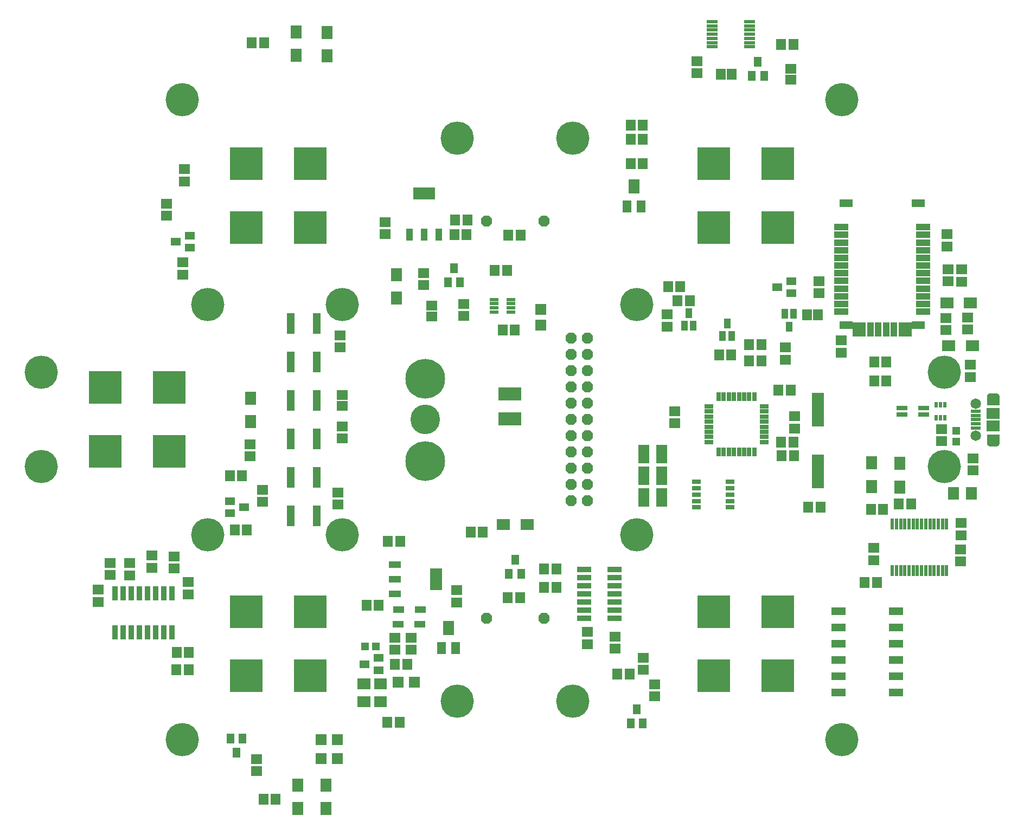
<source format=gts>
G75*
%MOIN*%
%OFA0B0*%
%FSLAX24Y24*%
%IPPOS*%
%LPD*%
%AMOC8*
5,1,8,0,0,1.08239X$1,22.5*
%
%ADD10R,0.0710X0.0789*%
%ADD11R,0.0340X0.0880*%
%ADD12R,0.2049X0.2049*%
%ADD13C,0.2442*%
%ADD14C,0.1819*%
%ADD15R,0.0474X0.0631*%
%ADD16R,0.0789X0.0710*%
%ADD17R,0.0592X0.0671*%
%ADD18R,0.0671X0.0592*%
%ADD19R,0.0560X0.0237*%
%ADD20R,0.0867X0.0395*%
%ADD21R,0.0395X0.0867*%
%ADD22R,0.0789X0.0474*%
%ADD23R,0.0631X0.0474*%
%ADD24R,0.0545X0.0308*%
%ADD25R,0.0580X0.0300*%
%ADD26R,0.0300X0.0580*%
%ADD27R,0.0237X0.0671*%
%ADD28R,0.0513X0.0474*%
%ADD29R,0.0780X0.2080*%
%ADD30R,0.0710X0.0474*%
%ADD31R,0.0710X0.0395*%
%ADD32R,0.0720X0.0430*%
%ADD33R,0.0720X0.1330*%
%ADD34R,0.0474X0.1261*%
%ADD35R,0.0710X0.1143*%
%ADD36R,0.0870X0.0510*%
%ADD37R,0.0430X0.0720*%
%ADD38R,0.1330X0.0720*%
%ADD39R,0.0890X0.0320*%
%ADD40R,0.0660X0.0220*%
%ADD41R,0.0198X0.0356*%
%ADD42R,0.0710X0.0316*%
%ADD43OC8,0.0680*%
%ADD44C,0.0651*%
%ADD45R,0.0611X0.0237*%
%ADD46R,0.0828X0.0671*%
%ADD47C,0.0000*%
%ADD48C,0.0001*%
%ADD49R,0.0474X0.0710*%
%ADD50R,0.0474X0.0513*%
%ADD51R,0.0671X0.0671*%
%ADD52R,0.0552X0.0749*%
%ADD53R,0.0710X0.0907*%
%ADD54R,0.0395X0.0592*%
%ADD55R,0.1419X0.0828*%
%ADD56C,0.2049*%
D10*
X027854Y006572D03*
X027854Y008021D03*
X029565Y008008D03*
X029565Y006560D03*
X024939Y030360D03*
X024939Y031809D03*
X033928Y037974D03*
X033928Y039423D03*
X029653Y052872D03*
X029653Y054321D03*
X027756Y054343D03*
X027756Y052894D03*
X063108Y027833D03*
X063108Y026384D03*
X064850Y026358D03*
X064850Y027807D03*
D11*
X020109Y019814D03*
X019609Y019814D03*
X019109Y019814D03*
X018609Y019814D03*
X018109Y019814D03*
X017609Y019814D03*
X017109Y019814D03*
X016609Y019814D03*
X016609Y017394D03*
X017109Y017394D03*
X017609Y017394D03*
X018109Y017394D03*
X018609Y017394D03*
X019109Y017394D03*
X019609Y017394D03*
X020109Y017394D03*
D12*
X024668Y018684D03*
X028605Y018684D03*
X028605Y014747D03*
X024668Y014747D03*
X019944Y028526D03*
X016007Y028526D03*
X016007Y032463D03*
X019944Y032463D03*
X024668Y042306D03*
X024668Y046243D03*
X028605Y046243D03*
X028605Y042306D03*
X053408Y042306D03*
X053408Y046243D03*
X057345Y046243D03*
X057345Y042306D03*
X057345Y018684D03*
X053408Y018684D03*
X053408Y014747D03*
X057345Y014747D03*
D13*
X035692Y027956D03*
X035692Y032995D03*
D14*
X035692Y030495D03*
D15*
X037072Y038947D03*
X037820Y038947D03*
X037446Y039813D03*
X055751Y051637D03*
X056499Y051637D03*
X056125Y052503D03*
X041204Y021873D03*
X041578Y021007D03*
X040830Y021007D03*
X048684Y012660D03*
X049058Y011794D03*
X048310Y011794D03*
X024452Y010889D03*
X023704Y010889D03*
X024078Y010023D03*
D16*
X040489Y024029D03*
X041937Y024029D03*
X067860Y035048D03*
X069309Y035048D03*
X069191Y037687D03*
X067742Y037687D03*
D17*
X064019Y034038D03*
X063271Y034038D03*
X063276Y032891D03*
X064024Y032891D03*
X059806Y036955D03*
X059137Y036955D03*
X056334Y035118D03*
X055586Y035118D03*
X055593Y034117D03*
X056341Y034117D03*
X054492Y034486D03*
X053744Y034486D03*
X057386Y032300D03*
X058134Y032300D03*
X058308Y029110D03*
X057560Y029110D03*
X057586Y028283D03*
X058334Y028283D03*
X059217Y025097D03*
X059965Y025097D03*
X063064Y024978D03*
X063812Y024978D03*
X064783Y025293D03*
X065531Y025293D03*
X063439Y020489D03*
X062691Y020489D03*
X048231Y014826D03*
X047483Y014826D03*
X041499Y019550D03*
X040751Y019550D03*
X042995Y020180D03*
X043743Y020180D03*
X043743Y021322D03*
X042995Y021322D03*
X039222Y023578D03*
X038474Y023578D03*
X034136Y023008D03*
X033388Y023008D03*
X032823Y019071D03*
X032075Y019071D03*
X033822Y015456D03*
X034570Y015456D03*
X034097Y011873D03*
X033349Y011873D03*
X026488Y007127D03*
X025740Y007127D03*
X021138Y015099D03*
X020390Y015099D03*
X020397Y016164D03*
X021145Y016164D03*
X023979Y023723D03*
X024727Y023723D03*
X024412Y027030D03*
X023664Y027030D03*
X039963Y039668D03*
X040711Y039668D03*
X040790Y041834D03*
X041538Y041834D03*
X038230Y041869D03*
X037482Y041869D03*
X037516Y042790D03*
X038264Y042790D03*
X040436Y036007D03*
X041184Y036007D03*
X050600Y038683D03*
X051348Y038683D03*
X051184Y037818D03*
X051932Y037818D03*
X049058Y046243D03*
X048310Y046243D03*
X048310Y047739D03*
X049058Y047739D03*
X049058Y048605D03*
X048310Y048605D03*
X053861Y051755D03*
X054530Y051755D03*
X057562Y053566D03*
X058310Y053566D03*
X025769Y053679D03*
X025021Y053679D03*
D18*
X020879Y045898D03*
X020879Y045150D03*
X019786Y043782D03*
X019786Y043034D03*
X020771Y040160D03*
X020771Y039412D03*
X030457Y035674D03*
X030457Y034926D03*
X030574Y032011D03*
X030574Y031341D03*
X030574Y030082D03*
X030574Y029334D03*
X030313Y026023D03*
X030313Y025274D03*
X025677Y025437D03*
X025677Y026185D03*
X024908Y028226D03*
X024908Y028974D03*
X018864Y022131D03*
X018864Y021383D03*
X020242Y021330D03*
X020242Y022078D03*
X021120Y020504D03*
X021120Y019756D03*
X017497Y020925D03*
X017497Y021673D03*
X016315Y021674D03*
X016315Y020926D03*
X015596Y020030D03*
X015596Y019282D03*
X025298Y009609D03*
X025298Y008861D03*
X033802Y016341D03*
X033802Y017089D03*
X034826Y017089D03*
X034826Y016341D03*
X037621Y019255D03*
X037621Y020003D03*
X045649Y017438D03*
X045649Y016690D03*
X047345Y016402D03*
X047345Y017150D03*
X049085Y015859D03*
X049085Y015111D03*
X049786Y014215D03*
X049786Y013467D03*
X063251Y021853D03*
X063251Y022601D03*
X068589Y022515D03*
X068589Y021767D03*
X068603Y023382D03*
X068603Y024130D03*
X069340Y027360D03*
X069340Y028108D03*
X067424Y029176D03*
X067424Y029924D03*
X069196Y033113D03*
X069196Y033861D03*
X069026Y036034D03*
X069026Y036782D03*
X067688Y036741D03*
X067688Y035993D03*
X067806Y038993D03*
X067806Y039741D03*
X068637Y039730D03*
X068637Y038982D03*
X067734Y041159D03*
X067734Y041907D03*
X061234Y035373D03*
X061234Y034625D03*
X057800Y034932D03*
X057800Y034184D03*
X058371Y030704D03*
X058371Y029956D03*
X051004Y030271D03*
X051004Y031019D03*
X050539Y036221D03*
X050539Y036969D03*
X059871Y038267D03*
X059871Y039015D03*
X058133Y051420D03*
X058133Y052089D03*
X052381Y051807D03*
X052381Y052555D03*
X035595Y039520D03*
X035595Y038772D03*
X036086Y037523D03*
X036086Y036853D03*
X038059Y036861D03*
X038059Y037609D03*
X033228Y041904D03*
X033228Y042652D03*
D19*
X039907Y037886D03*
X039907Y037630D03*
X039907Y037374D03*
X039907Y037119D03*
X040942Y037119D03*
X040942Y037374D03*
X040942Y037630D03*
X040942Y037886D03*
D20*
X061245Y038084D03*
X061245Y038556D03*
X061245Y039029D03*
X061245Y039501D03*
X061245Y039974D03*
X061245Y040446D03*
X061245Y040919D03*
X061245Y041391D03*
X061245Y041863D03*
X061245Y042336D03*
X066285Y042336D03*
X066285Y041863D03*
X066285Y041391D03*
X066285Y040919D03*
X066285Y040446D03*
X066285Y039974D03*
X066285Y039501D03*
X066285Y039029D03*
X066285Y038556D03*
X066285Y038084D03*
X066285Y037611D03*
X066285Y037139D03*
X061245Y037139D03*
X061245Y037611D03*
D21*
X062151Y036037D03*
X062545Y036037D03*
X063056Y036037D03*
X063529Y036037D03*
X064001Y036037D03*
X064474Y036037D03*
X064986Y036037D03*
X065379Y036037D03*
D22*
X065970Y036312D03*
X061560Y036312D03*
X061560Y043793D03*
X065970Y043793D03*
D23*
X058181Y039024D03*
X058181Y038276D03*
X057315Y038650D03*
X032818Y015830D03*
X032818Y015082D03*
X031952Y015456D03*
X023684Y024727D03*
X023684Y025475D03*
X024550Y025101D03*
X021204Y041066D03*
X021204Y041814D03*
X020337Y041440D03*
D24*
X052344Y026671D03*
X052344Y026278D03*
X052344Y025884D03*
X052344Y025490D03*
X052344Y025097D03*
X054430Y025097D03*
X054430Y025490D03*
X054430Y025884D03*
X054430Y026278D03*
X054430Y026671D03*
D25*
X053117Y029113D03*
X053117Y029428D03*
X053117Y029743D03*
X053117Y030058D03*
X053117Y030373D03*
X053117Y030688D03*
X053117Y031003D03*
X053117Y031318D03*
X056497Y031318D03*
X056497Y031003D03*
X056497Y030688D03*
X056497Y030373D03*
X056497Y030058D03*
X056497Y029743D03*
X056497Y029428D03*
X056497Y029113D03*
D26*
X055909Y028525D03*
X055594Y028525D03*
X055279Y028525D03*
X054964Y028525D03*
X054649Y028525D03*
X054334Y028525D03*
X054019Y028525D03*
X053704Y028525D03*
X053704Y031905D03*
X054019Y031905D03*
X054334Y031905D03*
X054649Y031905D03*
X054964Y031905D03*
X055279Y031905D03*
X055594Y031905D03*
X055909Y031905D03*
D27*
X064394Y024075D03*
X064650Y024075D03*
X064906Y024075D03*
X065161Y024075D03*
X065417Y024075D03*
X065673Y024075D03*
X065929Y024075D03*
X066185Y024075D03*
X066441Y024075D03*
X066697Y024075D03*
X066953Y024075D03*
X067209Y024075D03*
X067465Y024075D03*
X067721Y024075D03*
X067721Y021221D03*
X067465Y021221D03*
X067209Y021221D03*
X066953Y021221D03*
X066697Y021221D03*
X066441Y021221D03*
X066185Y021221D03*
X065929Y021221D03*
X065673Y021221D03*
X065417Y021221D03*
X065161Y021221D03*
X064906Y021221D03*
X064650Y021221D03*
X064394Y021221D03*
D28*
X068316Y029154D03*
X068316Y029823D03*
D29*
X059797Y031104D03*
X059797Y027304D03*
D30*
X068146Y026119D03*
X068146Y025804D03*
X069249Y025804D03*
X069249Y026119D03*
D31*
X035377Y018802D03*
X035357Y017918D03*
X034019Y017918D03*
X034038Y018802D03*
D32*
X033821Y019764D03*
X033821Y020674D03*
X033821Y021584D03*
D33*
X036341Y020674D03*
D34*
X028999Y024589D03*
X027424Y024589D03*
X027424Y026952D03*
X028999Y026952D03*
X028999Y029314D03*
X027424Y029314D03*
X027424Y031676D03*
X028999Y031676D03*
X028999Y034038D03*
X027424Y034038D03*
X027424Y036400D03*
X028999Y036400D03*
D35*
X049105Y028378D03*
X050208Y028378D03*
X050208Y027041D03*
X049105Y027041D03*
X049105Y025704D03*
X050208Y025704D03*
D36*
X061079Y018720D03*
X061079Y017720D03*
X061079Y016720D03*
X061079Y015720D03*
X061079Y014720D03*
X061079Y013720D03*
X064619Y013720D03*
X064619Y014720D03*
X064619Y015720D03*
X064619Y016720D03*
X064619Y017720D03*
X064619Y018720D03*
D37*
X036529Y041892D03*
X035619Y041892D03*
X034709Y041892D03*
D38*
X035619Y044412D03*
D39*
X045432Y021292D03*
X045432Y020792D03*
X045432Y020292D03*
X045432Y019792D03*
X045432Y019292D03*
X045432Y018792D03*
X045432Y018292D03*
X047322Y018292D03*
X047322Y018792D03*
X047322Y019292D03*
X047322Y019792D03*
X047322Y020292D03*
X047322Y020792D03*
X047322Y021292D03*
D40*
X053312Y053430D03*
X053312Y053690D03*
X053312Y053940D03*
X053312Y054200D03*
X053312Y054460D03*
X053312Y054710D03*
X053312Y054970D03*
X055612Y054970D03*
X055612Y054710D03*
X055612Y054460D03*
X055612Y054200D03*
X055612Y053940D03*
X055612Y053690D03*
X055612Y053430D03*
D41*
X067089Y031400D03*
X067345Y031400D03*
X067601Y031400D03*
X067601Y030613D03*
X067345Y030613D03*
X067089Y030613D03*
D42*
X066322Y030810D03*
X066322Y031204D03*
X064983Y031204D03*
X064983Y030810D03*
D43*
X045641Y030495D03*
X045641Y031495D03*
X045641Y032495D03*
X044641Y032495D03*
X044641Y031495D03*
X044641Y030495D03*
X044641Y029495D03*
X045641Y029495D03*
X045641Y028495D03*
X044641Y028495D03*
X044641Y027495D03*
X045641Y027495D03*
X045641Y026495D03*
X044641Y026495D03*
X044641Y025495D03*
X045641Y025495D03*
X042975Y018290D03*
X039432Y018290D03*
X044641Y033495D03*
X045641Y033495D03*
X045641Y034495D03*
X044641Y034495D03*
X044641Y035495D03*
X045641Y035495D03*
X042975Y042700D03*
X039432Y042700D03*
D44*
X069511Y031479D03*
X069511Y029511D03*
D45*
X069511Y029983D03*
X069511Y030239D03*
X069511Y030495D03*
X069511Y030751D03*
X069511Y031007D03*
D46*
X070574Y030889D03*
X070574Y030101D03*
D47*
X070948Y029589D02*
X070948Y029078D01*
X070943Y029034D01*
X070928Y028992D01*
X070905Y028955D01*
X070874Y028924D01*
X070836Y028900D01*
X070795Y028886D01*
X070751Y028881D01*
X070397Y028881D01*
X070353Y028886D01*
X070311Y028900D01*
X070274Y028924D01*
X070243Y028955D01*
X070219Y028992D01*
X070205Y029034D01*
X070200Y029078D01*
X070200Y029589D01*
X070948Y029589D01*
X070948Y031400D02*
X070948Y031912D01*
X070943Y031956D01*
X070928Y031998D01*
X070905Y032035D01*
X070874Y032066D01*
X070836Y032090D01*
X070795Y032104D01*
X070751Y032109D01*
X070397Y032109D01*
X070353Y032104D01*
X070311Y032090D01*
X070274Y032066D01*
X070243Y032035D01*
X070219Y031998D01*
X070205Y031956D01*
X070200Y031912D01*
X070200Y031400D01*
X070948Y031400D01*
D48*
X070948Y031401D02*
X070200Y031401D01*
X070200Y031402D02*
X070948Y031402D01*
X070948Y031403D02*
X070200Y031403D01*
X070200Y031404D02*
X070948Y031404D01*
X070948Y031405D02*
X070200Y031405D01*
X070200Y031406D02*
X070948Y031406D01*
X070948Y031407D02*
X070200Y031407D01*
X070200Y031408D02*
X070948Y031408D01*
X070948Y031409D02*
X070200Y031409D01*
X070200Y031410D02*
X070948Y031410D01*
X070948Y031411D02*
X070200Y031411D01*
X070200Y031412D02*
X070948Y031412D01*
X070948Y031413D02*
X070200Y031413D01*
X070200Y031414D02*
X070948Y031414D01*
X070948Y031415D02*
X070200Y031415D01*
X070200Y031416D02*
X070948Y031416D01*
X070948Y031417D02*
X070200Y031417D01*
X070200Y031418D02*
X070948Y031418D01*
X070948Y031419D02*
X070200Y031419D01*
X070200Y031420D02*
X070948Y031420D01*
X070948Y031421D02*
X070200Y031421D01*
X070200Y031422D02*
X070948Y031422D01*
X070948Y031423D02*
X070200Y031423D01*
X070200Y031424D02*
X070948Y031424D01*
X070948Y031425D02*
X070200Y031425D01*
X070200Y031426D02*
X070948Y031426D01*
X070948Y031427D02*
X070200Y031427D01*
X070200Y031428D02*
X070948Y031428D01*
X070948Y031429D02*
X070200Y031429D01*
X070200Y031430D02*
X070948Y031430D01*
X070948Y031431D02*
X070200Y031431D01*
X070200Y031432D02*
X070948Y031432D01*
X070948Y031433D02*
X070200Y031433D01*
X070200Y031434D02*
X070948Y031434D01*
X070948Y031435D02*
X070200Y031435D01*
X070200Y031436D02*
X070948Y031436D01*
X070948Y031437D02*
X070200Y031437D01*
X070200Y031438D02*
X070948Y031438D01*
X070948Y031439D02*
X070200Y031439D01*
X070200Y031440D02*
X070948Y031440D01*
X070948Y031441D02*
X070200Y031441D01*
X070200Y031442D02*
X070948Y031442D01*
X070948Y031443D02*
X070200Y031443D01*
X070200Y031444D02*
X070948Y031444D01*
X070948Y031445D02*
X070200Y031445D01*
X070200Y031446D02*
X070948Y031446D01*
X070948Y031447D02*
X070200Y031447D01*
X070200Y031448D02*
X070948Y031448D01*
X070948Y031449D02*
X070200Y031449D01*
X070200Y031450D02*
X070948Y031450D01*
X070948Y031451D02*
X070200Y031451D01*
X070200Y031452D02*
X070948Y031452D01*
X070948Y031453D02*
X070200Y031453D01*
X070200Y031454D02*
X070948Y031454D01*
X070948Y031455D02*
X070200Y031455D01*
X070200Y031456D02*
X070948Y031456D01*
X070948Y031457D02*
X070200Y031457D01*
X070200Y031458D02*
X070948Y031458D01*
X070948Y031459D02*
X070200Y031459D01*
X070200Y031460D02*
X070948Y031460D01*
X070948Y031461D02*
X070200Y031461D01*
X070200Y031462D02*
X070948Y031462D01*
X070948Y031463D02*
X070200Y031463D01*
X070200Y031464D02*
X070948Y031464D01*
X070948Y031465D02*
X070200Y031465D01*
X070200Y031466D02*
X070948Y031466D01*
X070948Y031467D02*
X070200Y031467D01*
X070200Y031468D02*
X070948Y031468D01*
X070948Y031469D02*
X070200Y031469D01*
X070200Y031470D02*
X070948Y031470D01*
X070948Y031471D02*
X070200Y031471D01*
X070200Y031472D02*
X070948Y031472D01*
X070948Y031473D02*
X070200Y031473D01*
X070200Y031474D02*
X070948Y031474D01*
X070948Y031475D02*
X070200Y031475D01*
X070200Y031476D02*
X070948Y031476D01*
X070948Y031477D02*
X070200Y031477D01*
X070200Y031478D02*
X070948Y031478D01*
X070948Y031479D02*
X070200Y031479D01*
X070200Y031480D02*
X070948Y031480D01*
X070948Y031481D02*
X070200Y031481D01*
X070200Y031482D02*
X070948Y031482D01*
X070948Y031483D02*
X070200Y031483D01*
X070200Y031484D02*
X070948Y031484D01*
X070948Y031485D02*
X070200Y031485D01*
X070200Y031486D02*
X070948Y031486D01*
X070948Y031487D02*
X070200Y031487D01*
X070200Y031488D02*
X070948Y031488D01*
X070948Y031489D02*
X070200Y031489D01*
X070200Y031490D02*
X070948Y031490D01*
X070948Y031491D02*
X070200Y031491D01*
X070200Y031492D02*
X070948Y031492D01*
X070948Y031493D02*
X070200Y031493D01*
X070200Y031494D02*
X070948Y031494D01*
X070948Y031495D02*
X070200Y031495D01*
X070200Y031496D02*
X070948Y031496D01*
X070948Y031497D02*
X070200Y031497D01*
X070200Y031498D02*
X070948Y031498D01*
X070948Y031499D02*
X070200Y031499D01*
X070200Y031500D02*
X070948Y031500D01*
X070948Y031501D02*
X070200Y031501D01*
X070200Y031502D02*
X070948Y031502D01*
X070948Y031503D02*
X070200Y031503D01*
X070200Y031504D02*
X070948Y031504D01*
X070948Y031505D02*
X070200Y031505D01*
X070200Y031506D02*
X070948Y031506D01*
X070948Y031507D02*
X070200Y031507D01*
X070200Y031508D02*
X070948Y031508D01*
X070948Y031509D02*
X070200Y031509D01*
X070200Y031510D02*
X070948Y031510D01*
X070948Y031511D02*
X070200Y031511D01*
X070200Y031512D02*
X070948Y031512D01*
X070948Y031513D02*
X070200Y031513D01*
X070200Y031514D02*
X070948Y031514D01*
X070948Y031515D02*
X070200Y031515D01*
X070200Y031516D02*
X070948Y031516D01*
X070948Y031517D02*
X070200Y031517D01*
X070200Y031518D02*
X070948Y031518D01*
X070948Y031519D02*
X070200Y031519D01*
X070200Y031520D02*
X070948Y031520D01*
X070948Y031521D02*
X070200Y031521D01*
X070200Y031522D02*
X070948Y031522D01*
X070948Y031523D02*
X070200Y031523D01*
X070200Y031524D02*
X070948Y031524D01*
X070948Y031525D02*
X070200Y031525D01*
X070200Y031526D02*
X070948Y031526D01*
X070948Y031527D02*
X070200Y031527D01*
X070200Y031528D02*
X070948Y031528D01*
X070948Y031529D02*
X070200Y031529D01*
X070200Y031530D02*
X070948Y031530D01*
X070948Y031531D02*
X070200Y031531D01*
X070200Y031532D02*
X070948Y031532D01*
X070948Y031533D02*
X070200Y031533D01*
X070200Y031534D02*
X070948Y031534D01*
X070948Y031535D02*
X070200Y031535D01*
X070200Y031536D02*
X070948Y031536D01*
X070948Y031537D02*
X070200Y031537D01*
X070200Y031538D02*
X070948Y031538D01*
X070948Y031539D02*
X070200Y031539D01*
X070200Y031540D02*
X070948Y031540D01*
X070948Y031541D02*
X070200Y031541D01*
X070200Y031542D02*
X070948Y031542D01*
X070948Y031543D02*
X070200Y031543D01*
X070200Y031544D02*
X070948Y031544D01*
X070948Y031545D02*
X070200Y031545D01*
X070200Y031546D02*
X070948Y031546D01*
X070948Y031547D02*
X070200Y031547D01*
X070200Y031548D02*
X070948Y031548D01*
X070948Y031549D02*
X070200Y031549D01*
X070200Y031550D02*
X070948Y031550D01*
X070948Y031551D02*
X070200Y031551D01*
X070200Y031552D02*
X070948Y031552D01*
X070948Y031553D02*
X070200Y031553D01*
X070200Y031554D02*
X070948Y031554D01*
X070948Y031555D02*
X070200Y031555D01*
X070200Y031556D02*
X070948Y031556D01*
X070948Y031557D02*
X070200Y031557D01*
X070200Y031558D02*
X070948Y031558D01*
X070948Y031559D02*
X070200Y031559D01*
X070200Y031560D02*
X070948Y031560D01*
X070948Y031561D02*
X070200Y031561D01*
X070200Y031562D02*
X070948Y031562D01*
X070948Y031563D02*
X070200Y031563D01*
X070200Y031564D02*
X070948Y031564D01*
X070948Y031565D02*
X070200Y031565D01*
X070200Y031566D02*
X070948Y031566D01*
X070948Y031567D02*
X070200Y031567D01*
X070200Y031568D02*
X070948Y031568D01*
X070948Y031569D02*
X070200Y031569D01*
X070200Y031570D02*
X070948Y031570D01*
X070948Y031571D02*
X070200Y031571D01*
X070200Y031572D02*
X070948Y031572D01*
X070948Y031573D02*
X070200Y031573D01*
X070200Y031574D02*
X070948Y031574D01*
X070948Y031575D02*
X070200Y031575D01*
X070200Y031576D02*
X070948Y031576D01*
X070948Y031577D02*
X070200Y031577D01*
X070200Y031578D02*
X070948Y031578D01*
X070948Y031579D02*
X070200Y031579D01*
X070200Y031580D02*
X070948Y031580D01*
X070948Y031581D02*
X070200Y031581D01*
X070200Y031582D02*
X070948Y031582D01*
X070948Y031583D02*
X070200Y031583D01*
X070200Y031584D02*
X070948Y031584D01*
X070948Y031585D02*
X070200Y031585D01*
X070200Y031586D02*
X070948Y031586D01*
X070948Y031587D02*
X070200Y031587D01*
X070200Y031588D02*
X070948Y031588D01*
X070948Y031589D02*
X070200Y031589D01*
X070200Y031590D02*
X070948Y031590D01*
X070948Y031591D02*
X070200Y031591D01*
X070200Y031592D02*
X070948Y031592D01*
X070948Y031593D02*
X070200Y031593D01*
X070200Y031594D02*
X070948Y031594D01*
X070948Y031595D02*
X070200Y031595D01*
X070200Y031596D02*
X070948Y031596D01*
X070948Y031597D02*
X070200Y031597D01*
X070200Y031598D02*
X070948Y031598D01*
X070948Y031599D02*
X070200Y031599D01*
X070200Y031600D02*
X070948Y031600D01*
X070948Y031601D02*
X070200Y031601D01*
X070200Y031602D02*
X070948Y031602D01*
X070948Y031603D02*
X070200Y031603D01*
X070200Y031604D02*
X070948Y031604D01*
X070948Y031605D02*
X070200Y031605D01*
X070200Y031606D02*
X070948Y031606D01*
X070948Y031607D02*
X070200Y031607D01*
X070200Y031608D02*
X070948Y031608D01*
X070948Y031609D02*
X070200Y031609D01*
X070200Y031610D02*
X070948Y031610D01*
X070948Y031611D02*
X070200Y031611D01*
X070200Y031612D02*
X070948Y031612D01*
X070948Y031613D02*
X070200Y031613D01*
X070200Y031614D02*
X070948Y031614D01*
X070948Y031615D02*
X070200Y031615D01*
X070200Y031616D02*
X070948Y031616D01*
X070948Y031617D02*
X070200Y031617D01*
X070200Y031618D02*
X070948Y031618D01*
X070948Y031619D02*
X070200Y031619D01*
X070200Y031620D02*
X070948Y031620D01*
X070948Y031621D02*
X070200Y031621D01*
X070200Y031622D02*
X070948Y031622D01*
X070948Y031623D02*
X070200Y031623D01*
X070200Y031624D02*
X070948Y031624D01*
X070948Y031625D02*
X070200Y031625D01*
X070200Y031626D02*
X070948Y031626D01*
X070948Y031627D02*
X070200Y031627D01*
X070200Y031628D02*
X070948Y031628D01*
X070948Y031629D02*
X070200Y031629D01*
X070200Y031630D02*
X070948Y031630D01*
X070948Y031631D02*
X070200Y031631D01*
X070200Y031632D02*
X070948Y031632D01*
X070948Y031633D02*
X070200Y031633D01*
X070200Y031634D02*
X070948Y031634D01*
X070948Y031635D02*
X070200Y031635D01*
X070200Y031636D02*
X070948Y031636D01*
X070948Y031637D02*
X070200Y031637D01*
X070200Y031638D02*
X070948Y031638D01*
X070948Y031639D02*
X070200Y031639D01*
X070200Y031640D02*
X070948Y031640D01*
X070948Y031641D02*
X070200Y031641D01*
X070200Y031642D02*
X070948Y031642D01*
X070948Y031643D02*
X070200Y031643D01*
X070200Y031644D02*
X070948Y031644D01*
X070948Y031645D02*
X070200Y031645D01*
X070200Y031646D02*
X070948Y031646D01*
X070948Y031647D02*
X070200Y031647D01*
X070200Y031648D02*
X070948Y031648D01*
X070948Y031649D02*
X070200Y031649D01*
X070200Y031650D02*
X070948Y031650D01*
X070948Y031651D02*
X070200Y031651D01*
X070200Y031652D02*
X070948Y031652D01*
X070948Y031653D02*
X070200Y031653D01*
X070200Y031654D02*
X070948Y031654D01*
X070948Y031655D02*
X070200Y031655D01*
X070200Y031656D02*
X070948Y031656D01*
X070948Y031657D02*
X070200Y031657D01*
X070200Y031658D02*
X070948Y031658D01*
X070948Y031659D02*
X070200Y031659D01*
X070200Y031660D02*
X070948Y031660D01*
X070948Y031661D02*
X070200Y031661D01*
X070200Y031662D02*
X070948Y031662D01*
X070948Y031663D02*
X070200Y031663D01*
X070200Y031664D02*
X070948Y031664D01*
X070948Y031665D02*
X070200Y031665D01*
X070200Y031666D02*
X070948Y031666D01*
X070948Y031667D02*
X070200Y031667D01*
X070200Y031668D02*
X070948Y031668D01*
X070948Y031669D02*
X070200Y031669D01*
X070200Y031670D02*
X070948Y031670D01*
X070948Y031671D02*
X070200Y031671D01*
X070200Y031672D02*
X070948Y031672D01*
X070948Y031673D02*
X070200Y031673D01*
X070200Y031674D02*
X070948Y031674D01*
X070948Y031675D02*
X070200Y031675D01*
X070200Y031676D02*
X070948Y031676D01*
X070948Y031677D02*
X070200Y031677D01*
X070200Y031678D02*
X070948Y031678D01*
X070948Y031679D02*
X070200Y031679D01*
X070200Y031680D02*
X070948Y031680D01*
X070948Y031681D02*
X070200Y031681D01*
X070200Y031682D02*
X070948Y031682D01*
X070948Y031683D02*
X070200Y031683D01*
X070200Y031684D02*
X070948Y031684D01*
X070948Y031685D02*
X070200Y031685D01*
X070200Y031686D02*
X070948Y031686D01*
X070948Y031687D02*
X070200Y031687D01*
X070200Y031688D02*
X070948Y031688D01*
X070948Y031689D02*
X070200Y031689D01*
X070200Y031690D02*
X070948Y031690D01*
X070948Y031691D02*
X070200Y031691D01*
X070200Y031692D02*
X070948Y031692D01*
X070948Y031693D02*
X070200Y031693D01*
X070200Y031694D02*
X070948Y031694D01*
X070948Y031695D02*
X070200Y031695D01*
X070200Y031696D02*
X070948Y031696D01*
X070948Y031697D02*
X070200Y031697D01*
X070200Y031698D02*
X070948Y031698D01*
X070948Y031699D02*
X070200Y031699D01*
X070200Y031700D02*
X070948Y031700D01*
X070948Y031701D02*
X070200Y031701D01*
X070200Y031702D02*
X070948Y031702D01*
X070948Y031703D02*
X070200Y031703D01*
X070200Y031704D02*
X070948Y031704D01*
X070948Y031705D02*
X070200Y031705D01*
X070200Y031706D02*
X070948Y031706D01*
X070948Y031707D02*
X070200Y031707D01*
X070200Y031708D02*
X070948Y031708D01*
X070948Y031709D02*
X070200Y031709D01*
X070200Y031710D02*
X070948Y031710D01*
X070948Y031711D02*
X070200Y031711D01*
X070200Y031712D02*
X070948Y031712D01*
X070948Y031713D02*
X070200Y031713D01*
X070200Y031714D02*
X070948Y031714D01*
X070948Y031715D02*
X070200Y031715D01*
X070200Y031716D02*
X070948Y031716D01*
X070948Y031717D02*
X070200Y031717D01*
X070200Y031718D02*
X070948Y031718D01*
X070948Y031719D02*
X070200Y031719D01*
X070200Y031720D02*
X070948Y031720D01*
X070948Y031721D02*
X070200Y031721D01*
X070200Y031722D02*
X070948Y031722D01*
X070948Y031723D02*
X070200Y031723D01*
X070200Y031724D02*
X070948Y031724D01*
X070948Y031725D02*
X070200Y031725D01*
X070200Y031726D02*
X070948Y031726D01*
X070948Y031727D02*
X070200Y031727D01*
X070200Y031728D02*
X070948Y031728D01*
X070948Y031729D02*
X070200Y031729D01*
X070200Y031730D02*
X070948Y031730D01*
X070948Y031731D02*
X070200Y031731D01*
X070200Y031732D02*
X070948Y031732D01*
X070948Y031733D02*
X070200Y031733D01*
X070200Y031734D02*
X070948Y031734D01*
X070948Y031735D02*
X070200Y031735D01*
X070200Y031736D02*
X070948Y031736D01*
X070948Y031737D02*
X070200Y031737D01*
X070200Y031738D02*
X070948Y031738D01*
X070948Y031739D02*
X070200Y031739D01*
X070200Y031740D02*
X070948Y031740D01*
X070948Y031741D02*
X070200Y031741D01*
X070200Y031742D02*
X070948Y031742D01*
X070948Y031743D02*
X070200Y031743D01*
X070200Y031744D02*
X070948Y031744D01*
X070948Y031745D02*
X070200Y031745D01*
X070200Y031746D02*
X070948Y031746D01*
X070948Y031747D02*
X070200Y031747D01*
X070200Y031748D02*
X070948Y031748D01*
X070948Y031749D02*
X070200Y031749D01*
X070200Y031750D02*
X070948Y031750D01*
X070948Y031751D02*
X070200Y031751D01*
X070200Y031752D02*
X070948Y031752D01*
X070948Y031753D02*
X070200Y031753D01*
X070200Y031754D02*
X070948Y031754D01*
X070948Y031755D02*
X070200Y031755D01*
X070200Y031756D02*
X070948Y031756D01*
X070948Y031757D02*
X070200Y031757D01*
X070200Y031758D02*
X070948Y031758D01*
X070948Y031759D02*
X070200Y031759D01*
X070200Y031760D02*
X070948Y031760D01*
X070948Y031761D02*
X070200Y031761D01*
X070200Y031762D02*
X070948Y031762D01*
X070948Y031763D02*
X070200Y031763D01*
X070200Y031764D02*
X070948Y031764D01*
X070948Y031765D02*
X070200Y031765D01*
X070200Y031766D02*
X070948Y031766D01*
X070948Y031767D02*
X070200Y031767D01*
X070200Y031768D02*
X070948Y031768D01*
X070948Y031769D02*
X070200Y031769D01*
X070200Y031770D02*
X070948Y031770D01*
X070948Y031771D02*
X070200Y031771D01*
X070200Y031772D02*
X070948Y031772D01*
X070948Y031773D02*
X070200Y031773D01*
X070200Y031774D02*
X070948Y031774D01*
X070948Y031775D02*
X070200Y031775D01*
X070200Y031776D02*
X070948Y031776D01*
X070948Y031777D02*
X070200Y031777D01*
X070200Y031778D02*
X070948Y031778D01*
X070948Y031779D02*
X070200Y031779D01*
X070200Y031780D02*
X070948Y031780D01*
X070948Y031781D02*
X070200Y031781D01*
X070200Y031782D02*
X070948Y031782D01*
X070948Y031783D02*
X070200Y031783D01*
X070200Y031784D02*
X070948Y031784D01*
X070948Y031785D02*
X070200Y031785D01*
X070200Y031786D02*
X070948Y031786D01*
X070948Y031787D02*
X070200Y031787D01*
X070200Y031788D02*
X070948Y031788D01*
X070948Y031789D02*
X070200Y031789D01*
X070200Y031790D02*
X070948Y031790D01*
X070948Y031791D02*
X070200Y031791D01*
X070200Y031792D02*
X070948Y031792D01*
X070948Y031793D02*
X070200Y031793D01*
X070200Y031794D02*
X070948Y031794D01*
X070948Y031795D02*
X070200Y031795D01*
X070200Y031796D02*
X070948Y031796D01*
X070948Y031797D02*
X070200Y031797D01*
X070200Y031798D02*
X070948Y031798D01*
X070948Y031799D02*
X070200Y031799D01*
X070200Y031800D02*
X070948Y031800D01*
X070948Y031801D02*
X070200Y031801D01*
X070200Y031802D02*
X070948Y031802D01*
X070948Y031803D02*
X070200Y031803D01*
X070200Y031804D02*
X070948Y031804D01*
X070948Y031805D02*
X070200Y031805D01*
X070200Y031806D02*
X070948Y031806D01*
X070948Y031807D02*
X070200Y031807D01*
X070200Y031808D02*
X070948Y031808D01*
X070948Y031809D02*
X070200Y031809D01*
X070200Y031810D02*
X070948Y031810D01*
X070948Y031811D02*
X070200Y031811D01*
X070200Y031812D02*
X070948Y031812D01*
X070948Y031813D02*
X070200Y031813D01*
X070200Y031814D02*
X070948Y031814D01*
X070948Y031815D02*
X070200Y031815D01*
X070200Y031816D02*
X070948Y031816D01*
X070948Y031817D02*
X070200Y031817D01*
X070200Y031818D02*
X070948Y031818D01*
X070948Y031819D02*
X070200Y031819D01*
X070200Y031820D02*
X070948Y031820D01*
X070948Y031821D02*
X070200Y031821D01*
X070200Y031822D02*
X070948Y031822D01*
X070948Y031823D02*
X070200Y031823D01*
X070200Y031824D02*
X070948Y031824D01*
X070948Y031825D02*
X070200Y031825D01*
X070200Y031826D02*
X070948Y031826D01*
X070948Y031827D02*
X070200Y031827D01*
X070200Y031828D02*
X070948Y031828D01*
X070948Y031829D02*
X070200Y031829D01*
X070200Y031830D02*
X070948Y031830D01*
X070948Y031831D02*
X070200Y031831D01*
X070200Y031832D02*
X070948Y031832D01*
X070948Y031833D02*
X070200Y031833D01*
X070200Y031834D02*
X070948Y031834D01*
X070948Y031835D02*
X070200Y031835D01*
X070200Y031836D02*
X070948Y031836D01*
X070948Y031837D02*
X070200Y031837D01*
X070200Y031838D02*
X070948Y031838D01*
X070948Y031839D02*
X070200Y031839D01*
X070200Y031840D02*
X070948Y031840D01*
X070948Y031841D02*
X070200Y031841D01*
X070200Y031842D02*
X070948Y031842D01*
X070948Y031843D02*
X070200Y031843D01*
X070200Y031844D02*
X070948Y031844D01*
X070948Y031845D02*
X070200Y031845D01*
X070200Y031846D02*
X070948Y031846D01*
X070948Y031847D02*
X070200Y031847D01*
X070200Y031848D02*
X070948Y031848D01*
X070948Y031849D02*
X070200Y031849D01*
X070200Y031850D02*
X070948Y031850D01*
X070948Y031851D02*
X070200Y031851D01*
X070200Y031852D02*
X070948Y031852D01*
X070948Y031853D02*
X070200Y031853D01*
X070200Y031854D02*
X070948Y031854D01*
X070948Y031855D02*
X070200Y031855D01*
X070200Y031856D02*
X070948Y031856D01*
X070948Y031857D02*
X070200Y031857D01*
X070200Y031858D02*
X070948Y031858D01*
X070948Y031859D02*
X070200Y031859D01*
X070200Y031860D02*
X070948Y031860D01*
X070948Y031861D02*
X070200Y031861D01*
X070200Y031862D02*
X070948Y031862D01*
X070948Y031863D02*
X070200Y031863D01*
X070200Y031864D02*
X070948Y031864D01*
X070948Y031865D02*
X070200Y031865D01*
X070200Y031866D02*
X070948Y031866D01*
X070948Y031867D02*
X070200Y031867D01*
X070200Y031868D02*
X070948Y031868D01*
X070948Y031869D02*
X070200Y031869D01*
X070200Y031870D02*
X070948Y031870D01*
X070948Y031871D02*
X070200Y031871D01*
X070200Y031872D02*
X070948Y031872D01*
X070948Y031873D02*
X070200Y031873D01*
X070200Y031874D02*
X070948Y031874D01*
X070948Y031875D02*
X070200Y031875D01*
X070200Y031876D02*
X070948Y031876D01*
X070948Y031877D02*
X070200Y031877D01*
X070200Y031878D02*
X070948Y031878D01*
X070948Y031879D02*
X070200Y031879D01*
X070200Y031880D02*
X070948Y031880D01*
X070948Y031881D02*
X070200Y031881D01*
X070200Y031882D02*
X070948Y031882D01*
X070948Y031883D02*
X070200Y031883D01*
X070200Y031884D02*
X070948Y031884D01*
X070948Y031885D02*
X070200Y031885D01*
X070200Y031886D02*
X070948Y031886D01*
X070948Y031887D02*
X070200Y031887D01*
X070200Y031888D02*
X070948Y031888D01*
X070948Y031889D02*
X070200Y031889D01*
X070200Y031890D02*
X070948Y031890D01*
X070948Y031891D02*
X070200Y031891D01*
X070200Y031892D02*
X070948Y031892D01*
X070948Y031893D02*
X070200Y031893D01*
X070200Y031894D02*
X070948Y031894D01*
X070948Y031895D02*
X070200Y031895D01*
X070200Y031896D02*
X070948Y031896D01*
X070948Y031897D02*
X070200Y031897D01*
X070200Y031898D02*
X070948Y031898D01*
X070948Y031899D02*
X070200Y031899D01*
X070200Y031900D02*
X070948Y031900D01*
X070948Y031901D02*
X070200Y031901D01*
X070200Y031902D02*
X070948Y031902D01*
X070948Y031903D02*
X070200Y031903D01*
X070200Y031904D02*
X070948Y031904D01*
X070948Y031905D02*
X070200Y031905D01*
X070200Y031906D02*
X070948Y031906D01*
X070948Y031907D02*
X070200Y031907D01*
X070200Y031908D02*
X070948Y031908D01*
X070948Y031909D02*
X070200Y031909D01*
X070200Y031910D02*
X070948Y031910D01*
X070948Y031911D02*
X070200Y031911D01*
X070200Y031912D02*
X070948Y031912D01*
X070948Y031913D02*
X070200Y031913D01*
X070200Y031914D02*
X070948Y031914D01*
X070947Y031915D02*
X070200Y031915D01*
X070200Y031916D02*
X070947Y031916D01*
X070947Y031917D02*
X070200Y031917D01*
X070200Y031918D02*
X070947Y031918D01*
X070947Y031919D02*
X070200Y031919D01*
X070201Y031920D02*
X070947Y031920D01*
X070947Y031921D02*
X070201Y031921D01*
X070201Y031922D02*
X070947Y031922D01*
X070947Y031923D02*
X070201Y031923D01*
X070201Y031924D02*
X070946Y031924D01*
X070946Y031925D02*
X070201Y031925D01*
X070201Y031926D02*
X070946Y031926D01*
X070946Y031927D02*
X070201Y031927D01*
X070201Y031928D02*
X070946Y031928D01*
X070946Y031929D02*
X070202Y031929D01*
X070202Y031930D02*
X070946Y031930D01*
X070946Y031931D02*
X070202Y031931D01*
X070202Y031932D02*
X070946Y031932D01*
X070945Y031933D02*
X070202Y031933D01*
X070202Y031934D02*
X070945Y031934D01*
X070945Y031935D02*
X070202Y031935D01*
X070202Y031936D02*
X070945Y031936D01*
X070945Y031937D02*
X070202Y031937D01*
X070203Y031938D02*
X070945Y031938D01*
X070945Y031939D02*
X070203Y031939D01*
X070203Y031940D02*
X070945Y031940D01*
X070944Y031941D02*
X070203Y031941D01*
X070203Y031942D02*
X070944Y031942D01*
X070944Y031943D02*
X070203Y031943D01*
X070203Y031944D02*
X070944Y031944D01*
X070944Y031945D02*
X070203Y031945D01*
X070203Y031946D02*
X070944Y031946D01*
X070944Y031947D02*
X070204Y031947D01*
X070204Y031948D02*
X070944Y031948D01*
X070944Y031949D02*
X070204Y031949D01*
X070204Y031950D02*
X070943Y031950D01*
X070943Y031951D02*
X070204Y031951D01*
X070204Y031952D02*
X070943Y031952D01*
X070943Y031953D02*
X070204Y031953D01*
X070204Y031954D02*
X070943Y031954D01*
X070943Y031955D02*
X070204Y031955D01*
X070205Y031956D02*
X070943Y031956D01*
X070943Y031957D02*
X070205Y031957D01*
X070205Y031958D02*
X070942Y031958D01*
X070942Y031959D02*
X070206Y031959D01*
X070206Y031960D02*
X070941Y031960D01*
X070941Y031961D02*
X070206Y031961D01*
X070207Y031962D02*
X070941Y031962D01*
X070940Y031963D02*
X070207Y031963D01*
X070207Y031964D02*
X070940Y031964D01*
X070940Y031965D02*
X070208Y031965D01*
X070208Y031966D02*
X070939Y031966D01*
X070939Y031967D02*
X070208Y031967D01*
X070209Y031968D02*
X070939Y031968D01*
X070938Y031969D02*
X070209Y031969D01*
X070209Y031970D02*
X070938Y031970D01*
X070938Y031971D02*
X070210Y031971D01*
X070210Y031972D02*
X070937Y031972D01*
X070937Y031973D02*
X070210Y031973D01*
X070211Y031974D02*
X070937Y031974D01*
X070936Y031975D02*
X070211Y031975D01*
X070212Y031976D02*
X070936Y031976D01*
X070936Y031977D02*
X070212Y031977D01*
X070212Y031978D02*
X070935Y031978D01*
X070935Y031979D02*
X070213Y031979D01*
X070213Y031980D02*
X070934Y031980D01*
X070934Y031981D02*
X070213Y031981D01*
X070214Y031982D02*
X070934Y031982D01*
X070933Y031983D02*
X070214Y031983D01*
X070214Y031984D02*
X070933Y031984D01*
X070933Y031985D02*
X070215Y031985D01*
X070215Y031986D02*
X070932Y031986D01*
X070932Y031987D02*
X070215Y031987D01*
X070216Y031988D02*
X070932Y031988D01*
X070931Y031989D02*
X070216Y031989D01*
X070216Y031990D02*
X070931Y031990D01*
X070931Y031991D02*
X070217Y031991D01*
X070217Y031992D02*
X070930Y031992D01*
X070930Y031993D02*
X070217Y031993D01*
X070218Y031994D02*
X070930Y031994D01*
X070929Y031995D02*
X070218Y031995D01*
X070219Y031996D02*
X070929Y031996D01*
X070929Y031997D02*
X070219Y031997D01*
X070219Y031998D02*
X070928Y031998D01*
X070928Y031999D02*
X070220Y031999D01*
X070220Y032000D02*
X070927Y032000D01*
X070926Y032001D02*
X070221Y032001D01*
X070222Y032002D02*
X070926Y032002D01*
X070925Y032003D02*
X070222Y032003D01*
X070223Y032004D02*
X070924Y032004D01*
X070924Y032005D02*
X070224Y032005D01*
X070224Y032006D02*
X070923Y032006D01*
X070923Y032007D02*
X070225Y032007D01*
X070226Y032008D02*
X070922Y032008D01*
X070921Y032009D02*
X070226Y032009D01*
X070227Y032010D02*
X070921Y032010D01*
X070920Y032011D02*
X070227Y032011D01*
X070228Y032012D02*
X070919Y032012D01*
X070919Y032013D02*
X070229Y032013D01*
X070229Y032014D02*
X070918Y032014D01*
X070917Y032015D02*
X070230Y032015D01*
X070231Y032016D02*
X070917Y032016D01*
X070916Y032017D02*
X070231Y032017D01*
X070232Y032018D02*
X070916Y032018D01*
X070915Y032019D02*
X070232Y032019D01*
X070233Y032020D02*
X070914Y032020D01*
X070914Y032021D02*
X070234Y032021D01*
X070234Y032022D02*
X070913Y032022D01*
X070912Y032023D02*
X070235Y032023D01*
X070236Y032024D02*
X070912Y032024D01*
X070911Y032025D02*
X070236Y032025D01*
X070237Y032026D02*
X070911Y032026D01*
X070910Y032027D02*
X070237Y032027D01*
X070238Y032028D02*
X070909Y032028D01*
X070909Y032029D02*
X070239Y032029D01*
X070239Y032030D02*
X070908Y032030D01*
X070907Y032031D02*
X070240Y032031D01*
X070241Y032032D02*
X070907Y032032D01*
X070906Y032033D02*
X070241Y032033D01*
X070242Y032034D02*
X070906Y032034D01*
X070905Y032035D02*
X070242Y032035D01*
X070243Y032036D02*
X070904Y032036D01*
X070903Y032037D02*
X070244Y032037D01*
X070245Y032038D02*
X070902Y032038D01*
X070901Y032039D02*
X070246Y032039D01*
X070247Y032040D02*
X070900Y032040D01*
X070899Y032041D02*
X070248Y032041D01*
X070249Y032042D02*
X070898Y032042D01*
X070897Y032043D02*
X070250Y032043D01*
X070251Y032044D02*
X070896Y032044D01*
X070895Y032045D02*
X070252Y032045D01*
X070253Y032046D02*
X070894Y032046D01*
X070893Y032047D02*
X070254Y032047D01*
X070255Y032048D02*
X070892Y032048D01*
X070891Y032049D02*
X070256Y032049D01*
X070257Y032050D02*
X070890Y032050D01*
X070889Y032051D02*
X070258Y032051D01*
X070259Y032052D02*
X070888Y032052D01*
X070887Y032053D02*
X070260Y032053D01*
X070261Y032054D02*
X070886Y032054D01*
X070885Y032055D02*
X070262Y032055D01*
X070263Y032056D02*
X070884Y032056D01*
X070883Y032057D02*
X070264Y032057D01*
X070265Y032058D02*
X070882Y032058D01*
X070881Y032059D02*
X070266Y032059D01*
X070267Y032060D02*
X070880Y032060D01*
X070879Y032061D02*
X070268Y032061D01*
X070269Y032062D02*
X070878Y032062D01*
X070877Y032063D02*
X070270Y032063D01*
X070271Y032064D02*
X070876Y032064D01*
X070875Y032065D02*
X070272Y032065D01*
X070273Y032066D02*
X070874Y032066D01*
X070873Y032067D02*
X070275Y032067D01*
X070276Y032068D02*
X070871Y032068D01*
X070870Y032069D02*
X070278Y032069D01*
X070279Y032070D02*
X070868Y032070D01*
X070866Y032071D02*
X070281Y032071D01*
X070283Y032072D02*
X070865Y032072D01*
X070863Y032073D02*
X070284Y032073D01*
X070286Y032074D02*
X070862Y032074D01*
X070860Y032075D02*
X070287Y032075D01*
X070289Y032076D02*
X070858Y032076D01*
X070857Y032077D02*
X070291Y032077D01*
X070292Y032078D02*
X070855Y032078D01*
X070854Y032079D02*
X070294Y032079D01*
X070295Y032080D02*
X070852Y032080D01*
X070851Y032081D02*
X070297Y032081D01*
X070298Y032082D02*
X070849Y032082D01*
X070847Y032083D02*
X070300Y032083D01*
X070302Y032084D02*
X070846Y032084D01*
X070844Y032085D02*
X070303Y032085D01*
X070305Y032086D02*
X070843Y032086D01*
X070841Y032087D02*
X070306Y032087D01*
X070308Y032088D02*
X070839Y032088D01*
X070838Y032089D02*
X070310Y032089D01*
X070311Y032090D02*
X070836Y032090D01*
X070833Y032091D02*
X070314Y032091D01*
X070317Y032092D02*
X070830Y032092D01*
X070828Y032093D02*
X070320Y032093D01*
X070323Y032094D02*
X070825Y032094D01*
X070822Y032095D02*
X070326Y032095D01*
X070328Y032096D02*
X070819Y032096D01*
X070816Y032097D02*
X070331Y032097D01*
X070334Y032098D02*
X070813Y032098D01*
X070810Y032099D02*
X070337Y032099D01*
X070340Y032100D02*
X070808Y032100D01*
X070805Y032101D02*
X070343Y032101D01*
X070346Y032102D02*
X070802Y032102D01*
X070799Y032103D02*
X070348Y032103D01*
X070351Y032104D02*
X070796Y032104D01*
X070790Y032105D02*
X070357Y032105D01*
X070366Y032106D02*
X070782Y032106D01*
X070773Y032107D02*
X070375Y032107D01*
X070384Y032108D02*
X070764Y032108D01*
X070755Y032109D02*
X070392Y032109D01*
X070200Y029589D02*
X070948Y029589D01*
X070948Y029588D02*
X070200Y029588D01*
X070200Y029587D02*
X070948Y029587D01*
X070948Y029586D02*
X070200Y029586D01*
X070200Y029585D02*
X070948Y029585D01*
X070948Y029584D02*
X070200Y029584D01*
X070200Y029583D02*
X070948Y029583D01*
X070948Y029582D02*
X070200Y029582D01*
X070200Y029581D02*
X070948Y029581D01*
X070948Y029580D02*
X070200Y029580D01*
X070200Y029579D02*
X070948Y029579D01*
X070948Y029578D02*
X070200Y029578D01*
X070200Y029577D02*
X070948Y029577D01*
X070948Y029576D02*
X070200Y029576D01*
X070200Y029575D02*
X070948Y029575D01*
X070948Y029574D02*
X070200Y029574D01*
X070200Y029573D02*
X070948Y029573D01*
X070948Y029572D02*
X070200Y029572D01*
X070200Y029571D02*
X070948Y029571D01*
X070948Y029570D02*
X070200Y029570D01*
X070200Y029569D02*
X070948Y029569D01*
X070948Y029568D02*
X070200Y029568D01*
X070200Y029567D02*
X070948Y029567D01*
X070948Y029566D02*
X070200Y029566D01*
X070200Y029565D02*
X070948Y029565D01*
X070948Y029564D02*
X070200Y029564D01*
X070200Y029563D02*
X070948Y029563D01*
X070948Y029562D02*
X070200Y029562D01*
X070200Y029561D02*
X070948Y029561D01*
X070948Y029560D02*
X070200Y029560D01*
X070200Y029559D02*
X070948Y029559D01*
X070948Y029558D02*
X070200Y029558D01*
X070200Y029557D02*
X070948Y029557D01*
X070948Y029556D02*
X070200Y029556D01*
X070200Y029555D02*
X070948Y029555D01*
X070948Y029554D02*
X070200Y029554D01*
X070200Y029553D02*
X070948Y029553D01*
X070948Y029552D02*
X070200Y029552D01*
X070200Y029551D02*
X070948Y029551D01*
X070948Y029550D02*
X070200Y029550D01*
X070200Y029549D02*
X070948Y029549D01*
X070948Y029548D02*
X070200Y029548D01*
X070200Y029547D02*
X070948Y029547D01*
X070948Y029546D02*
X070200Y029546D01*
X070200Y029545D02*
X070948Y029545D01*
X070948Y029544D02*
X070200Y029544D01*
X070200Y029543D02*
X070948Y029543D01*
X070948Y029542D02*
X070200Y029542D01*
X070200Y029541D02*
X070948Y029541D01*
X070948Y029540D02*
X070200Y029540D01*
X070200Y029539D02*
X070948Y029539D01*
X070948Y029538D02*
X070200Y029538D01*
X070200Y029537D02*
X070948Y029537D01*
X070948Y029536D02*
X070200Y029536D01*
X070200Y029535D02*
X070948Y029535D01*
X070948Y029534D02*
X070200Y029534D01*
X070200Y029533D02*
X070948Y029533D01*
X070948Y029532D02*
X070200Y029532D01*
X070200Y029531D02*
X070948Y029531D01*
X070948Y029530D02*
X070200Y029530D01*
X070200Y029529D02*
X070948Y029529D01*
X070948Y029528D02*
X070200Y029528D01*
X070200Y029527D02*
X070948Y029527D01*
X070948Y029526D02*
X070200Y029526D01*
X070200Y029525D02*
X070948Y029525D01*
X070948Y029524D02*
X070200Y029524D01*
X070200Y029523D02*
X070948Y029523D01*
X070948Y029522D02*
X070200Y029522D01*
X070200Y029521D02*
X070948Y029521D01*
X070948Y029520D02*
X070200Y029520D01*
X070200Y029519D02*
X070948Y029519D01*
X070948Y029518D02*
X070200Y029518D01*
X070200Y029517D02*
X070948Y029517D01*
X070948Y029516D02*
X070200Y029516D01*
X070200Y029515D02*
X070948Y029515D01*
X070948Y029514D02*
X070200Y029514D01*
X070200Y029513D02*
X070948Y029513D01*
X070948Y029512D02*
X070200Y029512D01*
X070200Y029511D02*
X070948Y029511D01*
X070948Y029510D02*
X070200Y029510D01*
X070200Y029509D02*
X070948Y029509D01*
X070948Y029508D02*
X070200Y029508D01*
X070200Y029507D02*
X070948Y029507D01*
X070948Y029506D02*
X070200Y029506D01*
X070200Y029505D02*
X070948Y029505D01*
X070948Y029504D02*
X070200Y029504D01*
X070200Y029503D02*
X070948Y029503D01*
X070948Y029502D02*
X070200Y029502D01*
X070200Y029501D02*
X070948Y029501D01*
X070948Y029500D02*
X070200Y029500D01*
X070200Y029499D02*
X070948Y029499D01*
X070948Y029498D02*
X070200Y029498D01*
X070200Y029497D02*
X070948Y029497D01*
X070948Y029496D02*
X070200Y029496D01*
X070200Y029495D02*
X070948Y029495D01*
X070948Y029494D02*
X070200Y029494D01*
X070200Y029493D02*
X070948Y029493D01*
X070948Y029492D02*
X070200Y029492D01*
X070200Y029491D02*
X070948Y029491D01*
X070948Y029490D02*
X070200Y029490D01*
X070200Y029489D02*
X070948Y029489D01*
X070948Y029488D02*
X070200Y029488D01*
X070200Y029487D02*
X070948Y029487D01*
X070948Y029486D02*
X070200Y029486D01*
X070200Y029485D02*
X070948Y029485D01*
X070948Y029484D02*
X070200Y029484D01*
X070200Y029483D02*
X070948Y029483D01*
X070948Y029482D02*
X070200Y029482D01*
X070200Y029481D02*
X070948Y029481D01*
X070948Y029480D02*
X070200Y029480D01*
X070200Y029479D02*
X070948Y029479D01*
X070948Y029478D02*
X070200Y029478D01*
X070200Y029477D02*
X070948Y029477D01*
X070948Y029476D02*
X070200Y029476D01*
X070200Y029475D02*
X070948Y029475D01*
X070948Y029474D02*
X070200Y029474D01*
X070200Y029473D02*
X070948Y029473D01*
X070948Y029472D02*
X070200Y029472D01*
X070200Y029471D02*
X070948Y029471D01*
X070948Y029470D02*
X070200Y029470D01*
X070200Y029469D02*
X070948Y029469D01*
X070948Y029468D02*
X070200Y029468D01*
X070200Y029467D02*
X070948Y029467D01*
X070948Y029466D02*
X070200Y029466D01*
X070200Y029465D02*
X070948Y029465D01*
X070948Y029464D02*
X070200Y029464D01*
X070200Y029463D02*
X070948Y029463D01*
X070948Y029462D02*
X070200Y029462D01*
X070200Y029461D02*
X070948Y029461D01*
X070948Y029460D02*
X070200Y029460D01*
X070200Y029459D02*
X070948Y029459D01*
X070948Y029458D02*
X070200Y029458D01*
X070200Y029457D02*
X070948Y029457D01*
X070948Y029456D02*
X070200Y029456D01*
X070200Y029455D02*
X070948Y029455D01*
X070948Y029454D02*
X070200Y029454D01*
X070200Y029453D02*
X070948Y029453D01*
X070948Y029452D02*
X070200Y029452D01*
X070200Y029451D02*
X070948Y029451D01*
X070948Y029450D02*
X070200Y029450D01*
X070200Y029449D02*
X070948Y029449D01*
X070948Y029448D02*
X070200Y029448D01*
X070200Y029447D02*
X070948Y029447D01*
X070948Y029446D02*
X070200Y029446D01*
X070200Y029445D02*
X070948Y029445D01*
X070948Y029444D02*
X070200Y029444D01*
X070200Y029443D02*
X070948Y029443D01*
X070948Y029442D02*
X070200Y029442D01*
X070200Y029441D02*
X070948Y029441D01*
X070948Y029440D02*
X070200Y029440D01*
X070200Y029439D02*
X070948Y029439D01*
X070948Y029438D02*
X070200Y029438D01*
X070200Y029437D02*
X070948Y029437D01*
X070948Y029436D02*
X070200Y029436D01*
X070200Y029435D02*
X070948Y029435D01*
X070948Y029434D02*
X070200Y029434D01*
X070200Y029433D02*
X070948Y029433D01*
X070948Y029432D02*
X070200Y029432D01*
X070200Y029431D02*
X070948Y029431D01*
X070948Y029430D02*
X070200Y029430D01*
X070200Y029429D02*
X070948Y029429D01*
X070948Y029428D02*
X070200Y029428D01*
X070200Y029427D02*
X070948Y029427D01*
X070948Y029426D02*
X070200Y029426D01*
X070200Y029425D02*
X070948Y029425D01*
X070948Y029424D02*
X070200Y029424D01*
X070200Y029423D02*
X070948Y029423D01*
X070948Y029422D02*
X070200Y029422D01*
X070200Y029421D02*
X070948Y029421D01*
X070948Y029420D02*
X070200Y029420D01*
X070200Y029419D02*
X070948Y029419D01*
X070948Y029418D02*
X070200Y029418D01*
X070200Y029417D02*
X070948Y029417D01*
X070948Y029416D02*
X070200Y029416D01*
X070200Y029415D02*
X070948Y029415D01*
X070948Y029414D02*
X070200Y029414D01*
X070200Y029413D02*
X070948Y029413D01*
X070948Y029412D02*
X070200Y029412D01*
X070200Y029411D02*
X070948Y029411D01*
X070948Y029410D02*
X070200Y029410D01*
X070200Y029409D02*
X070948Y029409D01*
X070948Y029408D02*
X070200Y029408D01*
X070200Y029407D02*
X070948Y029407D01*
X070948Y029406D02*
X070200Y029406D01*
X070200Y029405D02*
X070948Y029405D01*
X070948Y029404D02*
X070200Y029404D01*
X070200Y029403D02*
X070948Y029403D01*
X070948Y029402D02*
X070200Y029402D01*
X070200Y029401D02*
X070948Y029401D01*
X070948Y029400D02*
X070200Y029400D01*
X070200Y029399D02*
X070948Y029399D01*
X070948Y029398D02*
X070200Y029398D01*
X070200Y029397D02*
X070948Y029397D01*
X070948Y029396D02*
X070200Y029396D01*
X070200Y029395D02*
X070948Y029395D01*
X070948Y029394D02*
X070200Y029394D01*
X070200Y029393D02*
X070948Y029393D01*
X070948Y029392D02*
X070200Y029392D01*
X070200Y029391D02*
X070948Y029391D01*
X070948Y029390D02*
X070200Y029390D01*
X070200Y029389D02*
X070948Y029389D01*
X070948Y029388D02*
X070200Y029388D01*
X070200Y029387D02*
X070948Y029387D01*
X070948Y029386D02*
X070200Y029386D01*
X070200Y029385D02*
X070948Y029385D01*
X070948Y029384D02*
X070200Y029384D01*
X070200Y029383D02*
X070948Y029383D01*
X070948Y029382D02*
X070200Y029382D01*
X070200Y029381D02*
X070948Y029381D01*
X070948Y029380D02*
X070200Y029380D01*
X070200Y029379D02*
X070948Y029379D01*
X070948Y029378D02*
X070200Y029378D01*
X070200Y029377D02*
X070948Y029377D01*
X070948Y029376D02*
X070200Y029376D01*
X070200Y029375D02*
X070948Y029375D01*
X070948Y029374D02*
X070200Y029374D01*
X070200Y029373D02*
X070948Y029373D01*
X070948Y029372D02*
X070200Y029372D01*
X070200Y029371D02*
X070948Y029371D01*
X070948Y029370D02*
X070200Y029370D01*
X070200Y029369D02*
X070948Y029369D01*
X070948Y029368D02*
X070200Y029368D01*
X070200Y029367D02*
X070948Y029367D01*
X070948Y029366D02*
X070200Y029366D01*
X070200Y029365D02*
X070948Y029365D01*
X070948Y029364D02*
X070200Y029364D01*
X070200Y029363D02*
X070948Y029363D01*
X070948Y029362D02*
X070200Y029362D01*
X070200Y029361D02*
X070948Y029361D01*
X070948Y029360D02*
X070200Y029360D01*
X070200Y029359D02*
X070948Y029359D01*
X070948Y029358D02*
X070200Y029358D01*
X070200Y029357D02*
X070948Y029357D01*
X070948Y029356D02*
X070200Y029356D01*
X070200Y029355D02*
X070948Y029355D01*
X070948Y029354D02*
X070200Y029354D01*
X070200Y029353D02*
X070948Y029353D01*
X070948Y029352D02*
X070200Y029352D01*
X070200Y029351D02*
X070948Y029351D01*
X070948Y029350D02*
X070200Y029350D01*
X070200Y029349D02*
X070948Y029349D01*
X070948Y029348D02*
X070200Y029348D01*
X070200Y029347D02*
X070948Y029347D01*
X070948Y029346D02*
X070200Y029346D01*
X070200Y029345D02*
X070948Y029345D01*
X070948Y029344D02*
X070200Y029344D01*
X070200Y029343D02*
X070948Y029343D01*
X070948Y029342D02*
X070200Y029342D01*
X070200Y029341D02*
X070948Y029341D01*
X070948Y029340D02*
X070200Y029340D01*
X070200Y029339D02*
X070948Y029339D01*
X070948Y029338D02*
X070200Y029338D01*
X070200Y029337D02*
X070948Y029337D01*
X070948Y029336D02*
X070200Y029336D01*
X070200Y029335D02*
X070948Y029335D01*
X070948Y029334D02*
X070200Y029334D01*
X070200Y029333D02*
X070948Y029333D01*
X070948Y029332D02*
X070200Y029332D01*
X070200Y029331D02*
X070948Y029331D01*
X070948Y029330D02*
X070200Y029330D01*
X070200Y029329D02*
X070948Y029329D01*
X070948Y029328D02*
X070200Y029328D01*
X070200Y029327D02*
X070948Y029327D01*
X070948Y029326D02*
X070200Y029326D01*
X070200Y029325D02*
X070948Y029325D01*
X070948Y029324D02*
X070200Y029324D01*
X070200Y029323D02*
X070948Y029323D01*
X070948Y029322D02*
X070200Y029322D01*
X070200Y029321D02*
X070948Y029321D01*
X070948Y029320D02*
X070200Y029320D01*
X070200Y029319D02*
X070948Y029319D01*
X070948Y029318D02*
X070200Y029318D01*
X070200Y029317D02*
X070948Y029317D01*
X070948Y029316D02*
X070200Y029316D01*
X070200Y029315D02*
X070948Y029315D01*
X070948Y029314D02*
X070200Y029314D01*
X070200Y029313D02*
X070948Y029313D01*
X070948Y029312D02*
X070200Y029312D01*
X070200Y029311D02*
X070948Y029311D01*
X070948Y029310D02*
X070200Y029310D01*
X070200Y029309D02*
X070948Y029309D01*
X070948Y029308D02*
X070200Y029308D01*
X070200Y029307D02*
X070948Y029307D01*
X070948Y029306D02*
X070200Y029306D01*
X070200Y029305D02*
X070948Y029305D01*
X070948Y029304D02*
X070200Y029304D01*
X070200Y029303D02*
X070948Y029303D01*
X070948Y029302D02*
X070200Y029302D01*
X070200Y029301D02*
X070948Y029301D01*
X070948Y029300D02*
X070200Y029300D01*
X070200Y029299D02*
X070948Y029299D01*
X070948Y029298D02*
X070200Y029298D01*
X070200Y029297D02*
X070948Y029297D01*
X070948Y029296D02*
X070200Y029296D01*
X070200Y029295D02*
X070948Y029295D01*
X070948Y029294D02*
X070200Y029294D01*
X070200Y029293D02*
X070948Y029293D01*
X070948Y029292D02*
X070200Y029292D01*
X070200Y029291D02*
X070948Y029291D01*
X070948Y029290D02*
X070200Y029290D01*
X070200Y029289D02*
X070948Y029289D01*
X070948Y029288D02*
X070200Y029288D01*
X070200Y029287D02*
X070948Y029287D01*
X070948Y029286D02*
X070200Y029286D01*
X070200Y029285D02*
X070948Y029285D01*
X070948Y029284D02*
X070200Y029284D01*
X070200Y029283D02*
X070948Y029283D01*
X070948Y029282D02*
X070200Y029282D01*
X070200Y029281D02*
X070948Y029281D01*
X070948Y029280D02*
X070200Y029280D01*
X070200Y029279D02*
X070948Y029279D01*
X070948Y029278D02*
X070200Y029278D01*
X070200Y029277D02*
X070948Y029277D01*
X070948Y029276D02*
X070200Y029276D01*
X070200Y029275D02*
X070948Y029275D01*
X070948Y029274D02*
X070200Y029274D01*
X070200Y029273D02*
X070948Y029273D01*
X070948Y029272D02*
X070200Y029272D01*
X070200Y029271D02*
X070948Y029271D01*
X070948Y029270D02*
X070200Y029270D01*
X070200Y029269D02*
X070948Y029269D01*
X070948Y029268D02*
X070200Y029268D01*
X070200Y029267D02*
X070948Y029267D01*
X070948Y029266D02*
X070200Y029266D01*
X070200Y029265D02*
X070948Y029265D01*
X070948Y029264D02*
X070200Y029264D01*
X070200Y029263D02*
X070948Y029263D01*
X070948Y029262D02*
X070200Y029262D01*
X070200Y029261D02*
X070948Y029261D01*
X070948Y029260D02*
X070200Y029260D01*
X070200Y029259D02*
X070948Y029259D01*
X070948Y029258D02*
X070200Y029258D01*
X070200Y029257D02*
X070948Y029257D01*
X070948Y029256D02*
X070200Y029256D01*
X070200Y029255D02*
X070948Y029255D01*
X070948Y029254D02*
X070200Y029254D01*
X070200Y029253D02*
X070948Y029253D01*
X070948Y029252D02*
X070200Y029252D01*
X070200Y029251D02*
X070948Y029251D01*
X070948Y029250D02*
X070200Y029250D01*
X070200Y029249D02*
X070948Y029249D01*
X070948Y029248D02*
X070200Y029248D01*
X070200Y029247D02*
X070948Y029247D01*
X070948Y029246D02*
X070200Y029246D01*
X070200Y029245D02*
X070948Y029245D01*
X070948Y029244D02*
X070200Y029244D01*
X070200Y029243D02*
X070948Y029243D01*
X070948Y029242D02*
X070200Y029242D01*
X070200Y029241D02*
X070948Y029241D01*
X070948Y029240D02*
X070200Y029240D01*
X070200Y029239D02*
X070948Y029239D01*
X070948Y029238D02*
X070200Y029238D01*
X070948Y029238D01*
X070948Y029237D02*
X070200Y029237D01*
X070200Y029236D02*
X070948Y029236D01*
X070948Y029235D02*
X070200Y029235D01*
X070200Y029234D02*
X070948Y029234D01*
X070948Y029233D02*
X070200Y029233D01*
X070200Y029232D02*
X070948Y029232D01*
X070948Y029231D02*
X070200Y029231D01*
X070200Y029230D02*
X070948Y029230D01*
X070948Y029229D02*
X070200Y029229D01*
X070200Y029228D02*
X070948Y029228D01*
X070948Y029227D02*
X070200Y029227D01*
X070200Y029226D02*
X070948Y029226D01*
X070948Y029225D02*
X070200Y029225D01*
X070200Y029224D02*
X070948Y029224D01*
X070948Y029223D02*
X070200Y029223D01*
X070200Y029222D02*
X070948Y029222D01*
X070948Y029221D02*
X070200Y029221D01*
X070200Y029220D02*
X070948Y029220D01*
X070948Y029219D02*
X070200Y029219D01*
X070200Y029218D02*
X070948Y029218D01*
X070948Y029217D02*
X070200Y029217D01*
X070200Y029216D02*
X070948Y029216D01*
X070948Y029215D02*
X070200Y029215D01*
X070200Y029214D02*
X070948Y029214D01*
X070948Y029213D02*
X070200Y029213D01*
X070200Y029212D02*
X070948Y029212D01*
X070948Y029211D02*
X070200Y029211D01*
X070200Y029210D02*
X070948Y029210D01*
X070948Y029209D02*
X070200Y029209D01*
X070200Y029208D02*
X070948Y029208D01*
X070948Y029207D02*
X070200Y029207D01*
X070200Y029206D02*
X070948Y029206D01*
X070948Y029205D02*
X070200Y029205D01*
X070200Y029204D02*
X070948Y029204D01*
X070948Y029203D02*
X070200Y029203D01*
X070200Y029202D02*
X070948Y029202D01*
X070948Y029201D02*
X070200Y029201D01*
X070200Y029200D02*
X070948Y029200D01*
X070948Y029199D02*
X070200Y029199D01*
X070200Y029198D02*
X070948Y029198D01*
X070948Y029197D02*
X070200Y029197D01*
X070200Y029196D02*
X070948Y029196D01*
X070948Y029195D02*
X070200Y029195D01*
X070200Y029194D02*
X070948Y029194D01*
X070948Y029193D02*
X070200Y029193D01*
X070200Y029192D02*
X070948Y029192D01*
X070948Y029191D02*
X070200Y029191D01*
X070200Y029190D02*
X070948Y029190D01*
X070948Y029189D02*
X070200Y029189D01*
X070200Y029188D02*
X070948Y029188D01*
X070948Y029187D02*
X070200Y029187D01*
X070200Y029186D02*
X070948Y029186D01*
X070948Y029185D02*
X070200Y029185D01*
X070200Y029184D02*
X070948Y029184D01*
X070948Y029183D02*
X070200Y029183D01*
X070200Y029182D02*
X070948Y029182D01*
X070948Y029181D02*
X070200Y029181D01*
X070200Y029180D02*
X070948Y029180D01*
X070948Y029179D02*
X070200Y029179D01*
X070200Y029178D02*
X070948Y029178D01*
X070948Y029177D02*
X070200Y029177D01*
X070200Y029176D02*
X070948Y029176D01*
X070948Y029175D02*
X070200Y029175D01*
X070200Y029174D02*
X070948Y029174D01*
X070948Y029173D02*
X070200Y029173D01*
X070200Y029172D02*
X070948Y029172D01*
X070948Y029171D02*
X070200Y029171D01*
X070200Y029170D02*
X070948Y029170D01*
X070948Y029169D02*
X070200Y029169D01*
X070200Y029168D02*
X070948Y029168D01*
X070948Y029167D02*
X070200Y029167D01*
X070200Y029166D02*
X070948Y029166D01*
X070948Y029165D02*
X070200Y029165D01*
X070200Y029164D02*
X070948Y029164D01*
X070948Y029163D02*
X070200Y029163D01*
X070200Y029162D02*
X070948Y029162D01*
X070948Y029161D02*
X070200Y029161D01*
X070200Y029160D02*
X070948Y029160D01*
X070948Y029159D02*
X070200Y029159D01*
X070200Y029158D02*
X070948Y029158D01*
X070948Y029157D02*
X070200Y029157D01*
X070200Y029156D02*
X070948Y029156D01*
X070948Y029155D02*
X070200Y029155D01*
X070200Y029154D02*
X070948Y029154D01*
X070948Y029153D02*
X070200Y029153D01*
X070200Y029152D02*
X070948Y029152D01*
X070948Y029151D02*
X070200Y029151D01*
X070200Y029150D02*
X070948Y029150D01*
X070948Y029149D02*
X070200Y029149D01*
X070200Y029148D02*
X070948Y029148D01*
X070948Y029147D02*
X070200Y029147D01*
X070200Y029146D02*
X070948Y029146D01*
X070948Y029145D02*
X070200Y029145D01*
X070200Y029144D02*
X070948Y029144D01*
X070948Y029143D02*
X070200Y029143D01*
X070200Y029142D02*
X070948Y029142D01*
X070948Y029141D02*
X070200Y029141D01*
X070200Y029140D02*
X070948Y029140D01*
X070948Y029139D02*
X070200Y029139D01*
X070200Y029138D02*
X070948Y029138D01*
X070948Y029137D02*
X070200Y029137D01*
X070200Y029136D02*
X070948Y029136D01*
X070948Y029135D02*
X070200Y029135D01*
X070200Y029134D02*
X070948Y029134D01*
X070948Y029133D02*
X070200Y029133D01*
X070200Y029132D02*
X070948Y029132D01*
X070948Y029131D02*
X070200Y029131D01*
X070200Y029130D02*
X070948Y029130D01*
X070948Y029129D02*
X070200Y029129D01*
X070200Y029128D02*
X070948Y029128D01*
X070948Y029127D02*
X070200Y029127D01*
X070200Y029126D02*
X070948Y029126D01*
X070948Y029125D02*
X070200Y029125D01*
X070200Y029124D02*
X070948Y029124D01*
X070948Y029123D02*
X070200Y029123D01*
X070200Y029122D02*
X070948Y029122D01*
X070948Y029121D02*
X070200Y029121D01*
X070200Y029120D02*
X070948Y029120D01*
X070948Y029119D02*
X070200Y029119D01*
X070200Y029118D02*
X070948Y029118D01*
X070948Y029117D02*
X070200Y029117D01*
X070200Y029116D02*
X070948Y029116D01*
X070948Y029115D02*
X070200Y029115D01*
X070200Y029114D02*
X070948Y029114D01*
X070948Y029113D02*
X070200Y029113D01*
X070200Y029112D02*
X070948Y029112D01*
X070948Y029111D02*
X070200Y029111D01*
X070200Y029110D02*
X070948Y029110D01*
X070948Y029109D02*
X070200Y029109D01*
X070200Y029108D02*
X070948Y029108D01*
X070948Y029107D02*
X070200Y029107D01*
X070200Y029106D02*
X070948Y029106D01*
X070948Y029105D02*
X070200Y029105D01*
X070200Y029104D02*
X070948Y029104D01*
X070948Y029103D02*
X070200Y029103D01*
X070200Y029102D02*
X070948Y029102D01*
X070948Y029101D02*
X070200Y029101D01*
X070200Y029100D02*
X070948Y029100D01*
X070948Y029099D02*
X070200Y029099D01*
X070200Y029098D02*
X070948Y029098D01*
X070948Y029097D02*
X070200Y029097D01*
X070200Y029096D02*
X070948Y029096D01*
X070948Y029095D02*
X070200Y029095D01*
X070200Y029094D02*
X070948Y029094D01*
X070948Y029093D02*
X070200Y029093D01*
X070200Y029092D02*
X070948Y029092D01*
X070948Y029091D02*
X070200Y029091D01*
X070200Y029090D02*
X070948Y029090D01*
X070948Y029089D02*
X070200Y029089D01*
X070200Y029088D02*
X070948Y029088D01*
X070948Y029087D02*
X070200Y029087D01*
X070200Y029086D02*
X070948Y029086D01*
X070948Y029085D02*
X070200Y029085D01*
X070200Y029084D02*
X070948Y029084D01*
X070948Y029083D02*
X070200Y029083D01*
X070200Y029082D02*
X070948Y029082D01*
X070948Y029081D02*
X070200Y029081D01*
X070200Y029080D02*
X070948Y029080D01*
X070948Y029079D02*
X070200Y029079D01*
X070200Y029078D02*
X070948Y029078D01*
X070948Y029077D02*
X070200Y029077D01*
X070200Y029076D02*
X070947Y029076D01*
X070947Y029075D02*
X070200Y029075D01*
X070200Y029074D02*
X070947Y029074D01*
X070947Y029073D02*
X070200Y029073D01*
X070200Y029072D02*
X070947Y029072D01*
X070947Y029071D02*
X070200Y029071D01*
X070201Y029070D02*
X070947Y029070D01*
X070947Y029069D02*
X070201Y029069D01*
X070201Y029068D02*
X070947Y029068D01*
X070946Y029067D02*
X070201Y029067D01*
X070201Y029066D02*
X070946Y029066D01*
X070946Y029065D02*
X070201Y029065D01*
X070201Y029064D02*
X070946Y029064D01*
X070946Y029063D02*
X070201Y029063D01*
X070201Y029062D02*
X070946Y029062D01*
X070946Y029061D02*
X070202Y029061D01*
X070202Y029060D02*
X070946Y029060D01*
X070946Y029059D02*
X070202Y029059D01*
X070202Y029058D02*
X070945Y029058D01*
X070945Y029057D02*
X070202Y029057D01*
X070202Y029056D02*
X070945Y029056D01*
X070945Y029055D02*
X070202Y029055D01*
X070202Y029054D02*
X070945Y029054D01*
X070945Y029053D02*
X070202Y029053D01*
X070203Y029052D02*
X070945Y029052D01*
X070945Y029051D02*
X070203Y029051D01*
X070203Y029050D02*
X070945Y029050D01*
X070944Y029049D02*
X070203Y029049D01*
X070203Y029048D02*
X070944Y029048D01*
X070944Y029047D02*
X070203Y029047D01*
X070203Y029046D02*
X070944Y029046D01*
X070944Y029045D02*
X070203Y029045D01*
X070204Y029044D02*
X070944Y029044D01*
X070944Y029043D02*
X070204Y029043D01*
X070204Y029042D02*
X070944Y029042D01*
X070944Y029041D02*
X070204Y029041D01*
X070204Y029040D02*
X070943Y029040D01*
X070943Y029039D02*
X070204Y029039D01*
X070204Y029038D02*
X070943Y029038D01*
X070943Y029037D02*
X070204Y029037D01*
X070204Y029036D02*
X070943Y029036D01*
X070943Y029035D02*
X070205Y029035D01*
X070205Y029034D02*
X070943Y029034D01*
X070942Y029033D02*
X070205Y029033D01*
X070205Y029032D02*
X070942Y029032D01*
X070942Y029031D02*
X070206Y029031D01*
X070206Y029030D02*
X070941Y029030D01*
X070941Y029029D02*
X070206Y029029D01*
X070207Y029028D02*
X070941Y029028D01*
X070940Y029027D02*
X070207Y029027D01*
X070207Y029026D02*
X070940Y029026D01*
X070940Y029025D02*
X070208Y029025D01*
X070208Y029024D02*
X070939Y029024D01*
X070939Y029023D02*
X070209Y029023D01*
X070209Y029022D02*
X070939Y029022D01*
X070938Y029021D02*
X070209Y029021D01*
X070210Y029020D02*
X070938Y029020D01*
X070937Y029019D02*
X070210Y029019D01*
X070210Y029018D02*
X070937Y029018D01*
X070937Y029017D02*
X070211Y029017D01*
X070211Y029016D02*
X070936Y029016D01*
X070936Y029015D02*
X070211Y029015D01*
X070212Y029014D02*
X070936Y029014D01*
X070935Y029013D02*
X070212Y029013D01*
X070212Y029012D02*
X070935Y029012D01*
X070935Y029011D02*
X070213Y029011D01*
X070213Y029010D02*
X070934Y029010D01*
X070934Y029009D02*
X070213Y029009D01*
X070214Y029008D02*
X070934Y029008D01*
X070933Y029007D02*
X070214Y029007D01*
X070214Y029006D02*
X070933Y029006D01*
X070933Y029005D02*
X070215Y029005D01*
X070215Y029004D02*
X070932Y029004D01*
X070932Y029003D02*
X070216Y029003D01*
X070216Y029002D02*
X070932Y029002D01*
X070931Y029001D02*
X070216Y029001D01*
X070217Y029000D02*
X070931Y029000D01*
X070930Y028999D02*
X070217Y028999D01*
X070217Y028998D02*
X070930Y028998D01*
X070930Y028997D02*
X070218Y028997D01*
X070218Y028996D02*
X070929Y028996D01*
X070929Y028995D02*
X070218Y028995D01*
X070219Y028994D02*
X070929Y028994D01*
X070928Y028993D02*
X070219Y028993D01*
X070219Y028992D02*
X070928Y028992D01*
X070927Y028991D02*
X070220Y028991D01*
X070221Y028990D02*
X070927Y028990D01*
X070926Y028989D02*
X070221Y028989D01*
X070222Y028988D02*
X070925Y028988D01*
X070925Y028987D02*
X070223Y028987D01*
X070223Y028986D02*
X070924Y028986D01*
X070924Y028985D02*
X070224Y028985D01*
X070225Y028984D02*
X070923Y028984D01*
X070922Y028983D02*
X070225Y028983D01*
X070226Y028982D02*
X070922Y028982D01*
X070921Y028981D02*
X070226Y028981D01*
X070227Y028980D02*
X070920Y028980D01*
X070920Y028979D02*
X070228Y028979D01*
X070228Y028978D02*
X070919Y028978D01*
X070919Y028977D02*
X070229Y028977D01*
X070230Y028976D02*
X070918Y028976D01*
X070917Y028975D02*
X070230Y028975D01*
X070231Y028974D02*
X070917Y028974D01*
X070916Y028973D02*
X070231Y028973D01*
X070232Y028972D02*
X070915Y028972D01*
X070915Y028971D02*
X070233Y028971D01*
X070233Y028970D02*
X070914Y028970D01*
X070913Y028969D02*
X070234Y028969D01*
X070235Y028968D02*
X070913Y028968D01*
X070912Y028967D02*
X070235Y028967D01*
X070236Y028966D02*
X070912Y028966D01*
X070911Y028965D02*
X070236Y028965D01*
X070237Y028964D02*
X070910Y028964D01*
X070910Y028963D02*
X070238Y028963D01*
X070238Y028962D02*
X070909Y028962D01*
X070908Y028961D02*
X070239Y028961D01*
X070240Y028960D02*
X070908Y028960D01*
X070907Y028959D02*
X070240Y028959D01*
X070241Y028958D02*
X070907Y028958D01*
X070906Y028957D02*
X070241Y028957D01*
X070242Y028956D02*
X070905Y028956D01*
X070905Y028955D02*
X070243Y028955D01*
X070244Y028954D02*
X070904Y028954D01*
X070903Y028953D02*
X070245Y028953D01*
X070246Y028952D02*
X070902Y028952D01*
X070901Y028951D02*
X070247Y028951D01*
X070248Y028950D02*
X070900Y028950D01*
X070899Y028949D02*
X070249Y028949D01*
X070250Y028948D02*
X070898Y028948D01*
X070897Y028947D02*
X070251Y028947D01*
X070252Y028946D02*
X070896Y028946D01*
X070895Y028945D02*
X070253Y028945D01*
X070254Y028944D02*
X070894Y028944D01*
X070893Y028943D02*
X070255Y028943D01*
X070256Y028942D02*
X070892Y028942D01*
X070891Y028941D02*
X070257Y028941D01*
X070258Y028940D02*
X070890Y028940D01*
X070889Y028939D02*
X070259Y028939D01*
X070260Y028938D02*
X070888Y028938D01*
X070887Y028937D02*
X070261Y028937D01*
X070262Y028936D02*
X070886Y028936D01*
X070885Y028935D02*
X070263Y028935D01*
X070264Y028934D02*
X070884Y028934D01*
X070883Y028933D02*
X070265Y028933D01*
X070266Y028932D02*
X070882Y028932D01*
X070881Y028931D02*
X070267Y028931D01*
X070268Y028930D02*
X070880Y028930D01*
X070879Y028929D02*
X070269Y028929D01*
X070270Y028928D02*
X070878Y028928D01*
X070877Y028927D02*
X070271Y028927D01*
X070272Y028926D02*
X070876Y028926D01*
X070875Y028925D02*
X070273Y028925D01*
X070274Y028924D02*
X070874Y028924D01*
X070872Y028923D02*
X070275Y028923D01*
X070277Y028922D02*
X070871Y028922D01*
X070869Y028921D02*
X070278Y028921D01*
X070280Y028920D02*
X070867Y028920D01*
X070866Y028919D02*
X070282Y028919D01*
X070283Y028918D02*
X070864Y028918D01*
X070863Y028917D02*
X070285Y028917D01*
X070286Y028916D02*
X070861Y028916D01*
X070859Y028915D02*
X070288Y028915D01*
X070290Y028914D02*
X070858Y028914D01*
X070856Y028913D02*
X070291Y028913D01*
X070293Y028912D02*
X070855Y028912D01*
X070853Y028911D02*
X070294Y028911D01*
X070296Y028910D02*
X070851Y028910D01*
X070850Y028909D02*
X070298Y028909D01*
X070299Y028908D02*
X070848Y028908D01*
X070847Y028907D02*
X070301Y028907D01*
X070302Y028906D02*
X070845Y028906D01*
X070844Y028905D02*
X070304Y028905D01*
X070305Y028904D02*
X070842Y028904D01*
X070840Y028903D02*
X070307Y028903D01*
X070309Y028902D02*
X070839Y028902D01*
X070837Y028901D02*
X070310Y028901D01*
X070312Y028900D02*
X070835Y028900D01*
X070832Y028899D02*
X070315Y028899D01*
X070318Y028898D02*
X070829Y028898D01*
X070826Y028897D02*
X070321Y028897D01*
X070324Y028896D02*
X070824Y028896D01*
X070821Y028895D02*
X070327Y028895D01*
X070330Y028894D02*
X070818Y028894D01*
X070815Y028893D02*
X070332Y028893D01*
X070335Y028892D02*
X070812Y028892D01*
X070809Y028891D02*
X070338Y028891D01*
X070341Y028890D02*
X070806Y028890D01*
X070804Y028889D02*
X070344Y028889D01*
X070347Y028888D02*
X070801Y028888D01*
X070798Y028887D02*
X070350Y028887D01*
X070352Y028886D02*
X070795Y028886D01*
X070787Y028885D02*
X070361Y028885D01*
X070369Y028884D02*
X070778Y028884D01*
X070769Y028883D02*
X070378Y028883D01*
X070387Y028882D02*
X070760Y028882D01*
X070751Y028881D02*
X070396Y028881D01*
D49*
X033093Y014235D03*
X032778Y014235D03*
X032070Y014235D03*
X031755Y014235D03*
X031755Y013133D03*
X032070Y013133D03*
X032778Y013133D03*
X033093Y013133D03*
D50*
X032641Y016558D03*
X031971Y016558D03*
D51*
X034019Y014353D03*
X035003Y014353D03*
X030278Y010810D03*
X029294Y010810D03*
X029294Y009629D03*
X030278Y009629D03*
X042778Y036302D03*
X042778Y037286D03*
D52*
X048093Y043605D03*
X048960Y043605D03*
X037542Y016440D03*
X036676Y016440D03*
D53*
X037109Y017680D03*
X048526Y044845D03*
D54*
X051873Y037050D03*
X052149Y036263D03*
X051597Y036263D03*
X053960Y035633D03*
X054511Y035633D03*
X054235Y036420D03*
X057778Y037011D03*
X058330Y037011D03*
X058054Y036223D03*
D55*
X040889Y032089D03*
X040889Y030554D03*
D56*
X020731Y010810D03*
X022306Y023408D03*
X030574Y023408D03*
X037660Y013172D03*
X044747Y013172D03*
X048684Y023408D03*
X061282Y010810D03*
X067582Y027595D03*
X067582Y033395D03*
X048684Y037582D03*
X044747Y047818D03*
X037660Y047818D03*
X030574Y037582D03*
X022306Y037582D03*
X012070Y033395D03*
X012070Y027595D03*
X020731Y050180D03*
X061282Y050180D03*
M02*

</source>
